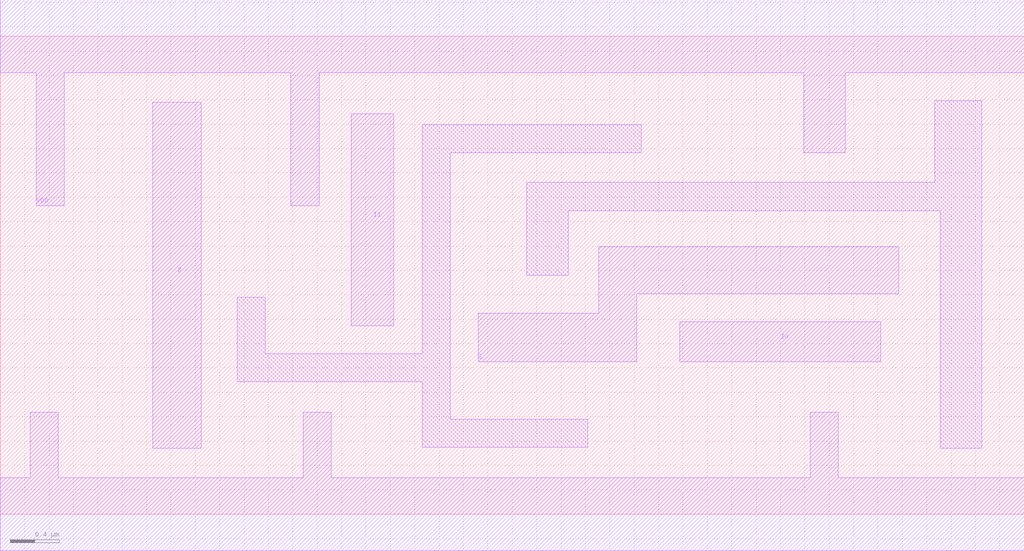
<source format=lef>
# Copyright 2022 GlobalFoundries PDK Authors
#
# Licensed under the Apache License, Version 2.0 (the "License");
# you may not use this file except in compliance with the License.
# You may obtain a copy of the License at
#
#      http://www.apache.org/licenses/LICENSE-2.0
#
# Unless required by applicable law or agreed to in writing, software
# distributed under the License is distributed on an "AS IS" BASIS,
# WITHOUT WARRANTIES OR CONDITIONS OF ANY KIND, either express or implied.
# See the License for the specific language governing permissions and
# limitations under the License.

MACRO gf180mcu_fd_sc_mcu7t5v0__mux2_2
  CLASS core ;
  FOREIGN gf180mcu_fd_sc_mcu7t5v0__mux2_2 0.0 0.0 ;
  ORIGIN 0 0 ;
  SYMMETRY X Y ;
  SITE GF018hv5v_mcu_sc7 ;
  SIZE 8.4 BY 3.92 ;
  PIN I0
    DIRECTION INPUT ;
    ANTENNAGATEAREA 1.102 ;
    PORT
      LAYER METAL1 ;
        POLYGON 5.575 1.25 7.225 1.25 7.225 1.58 5.575 1.58  ;
    END
  END I0
  PIN I1
    DIRECTION INPUT ;
    ANTENNAGATEAREA 1.102 ;
    PORT
      LAYER METAL1 ;
        POLYGON 2.88 1.545 3.23 1.545 3.23 3.285 2.88 3.285  ;
    END
  END I1
  PIN S
    DIRECTION INPUT ;
    ANTENNAGATEAREA 2.204 ;
    PORT
      LAYER METAL1 ;
        POLYGON 3.92 1.25 5.22 1.25 5.22 1.81 7.37 1.81 7.37 2.195 4.91 2.195 4.91 1.65 3.92 1.65  ;
    END
  END S
  PIN Z
    DIRECTION OUTPUT ;
    ANTENNADIFFAREA 1.1218 ;
    PORT
      LAYER METAL1 ;
        POLYGON 1.25 0.54 1.65 0.54 1.65 3.38 1.25 3.38  ;
    END
  END Z
  PIN VDD
    DIRECTION INOUT ;
    USE power ;
    SHAPE ABUTMENT ;
    PORT
      LAYER METAL1 ;
        POLYGON 0 3.62 0.295 3.62 0.295 2.53 0.525 2.53 0.525 3.62 2.385 3.62 2.385 2.53 2.615 2.53 2.615 3.62 5.26 3.62 6.59 3.62 6.59 2.965 6.93 2.965 6.93 3.62 8.05 3.62 8.4 3.62 8.4 4.22 8.05 4.22 5.26 4.22 0 4.22  ;
    END
  END VDD
  PIN VSS
    DIRECTION INOUT ;
    USE ground ;
    SHAPE ABUTMENT ;
    PORT
      LAYER METAL1 ;
        POLYGON 0 -0.3 8.4 -0.3 8.4 0.3 6.875 0.3 6.875 0.835 6.645 0.835 6.645 0.3 2.715 0.3 2.715 0.835 2.485 0.835 2.485 0.3 0.475 0.3 0.475 0.835 0.245 0.835 0.245 0.3 0 0.3  ;
    END
  END VSS
  OBS
      LAYER METAL1 ;
        POLYGON 3.69 2.965 5.26 2.965 5.26 3.195 3.46 3.195 3.46 1.315 2.175 1.315 2.175 1.78 1.945 1.78 1.945 1.085 3.46 1.085 3.46 0.55 4.82 0.55 4.82 0.78 3.69 0.78  ;
        POLYGON 4.32 1.96 4.66 1.96 4.66 2.49 7.71 2.49 7.71 0.54 8.05 0.54 8.05 3.39 7.665 3.39 7.665 2.725 4.32 2.725  ;
  END
END gf180mcu_fd_sc_mcu7t5v0__mux2_2

</source>
